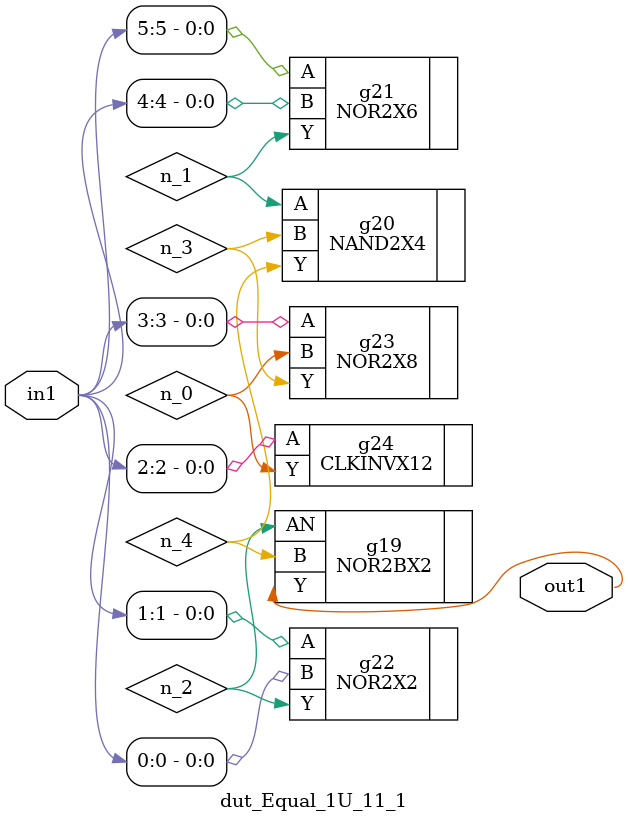
<source format=v>
`timescale 1ps / 1ps


module dut_Equal_1U_11_1(in1, out1);
  input [5:0] in1;
  output out1;
  wire [5:0] in1;
  wire out1;
  wire n_0, n_1, n_2, n_3, n_4;
  NOR2BX2 g19(.AN (n_2), .B (n_4), .Y (out1));
  NAND2X4 g20(.A (n_1), .B (n_3), .Y (n_4));
  NOR2X8 g23(.A (in1[3]), .B (n_0), .Y (n_3));
  NOR2X2 g22(.A (in1[1]), .B (in1[0]), .Y (n_2));
  NOR2X6 g21(.A (in1[5]), .B (in1[4]), .Y (n_1));
  CLKINVX12 g24(.A (in1[2]), .Y (n_0));
endmodule



</source>
